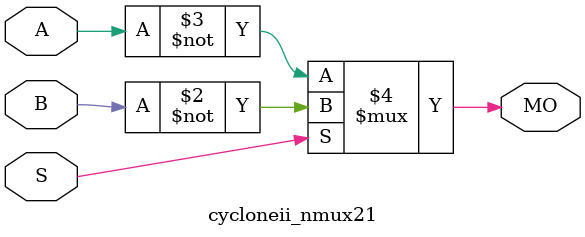
<source format=v>
module cycloneii_nmux21 (MO, A, B, S);
   input A, B, S; 
   output MO; 
   assign MO = (S == 1) ? ~B : ~A; 
endmodule
</source>
